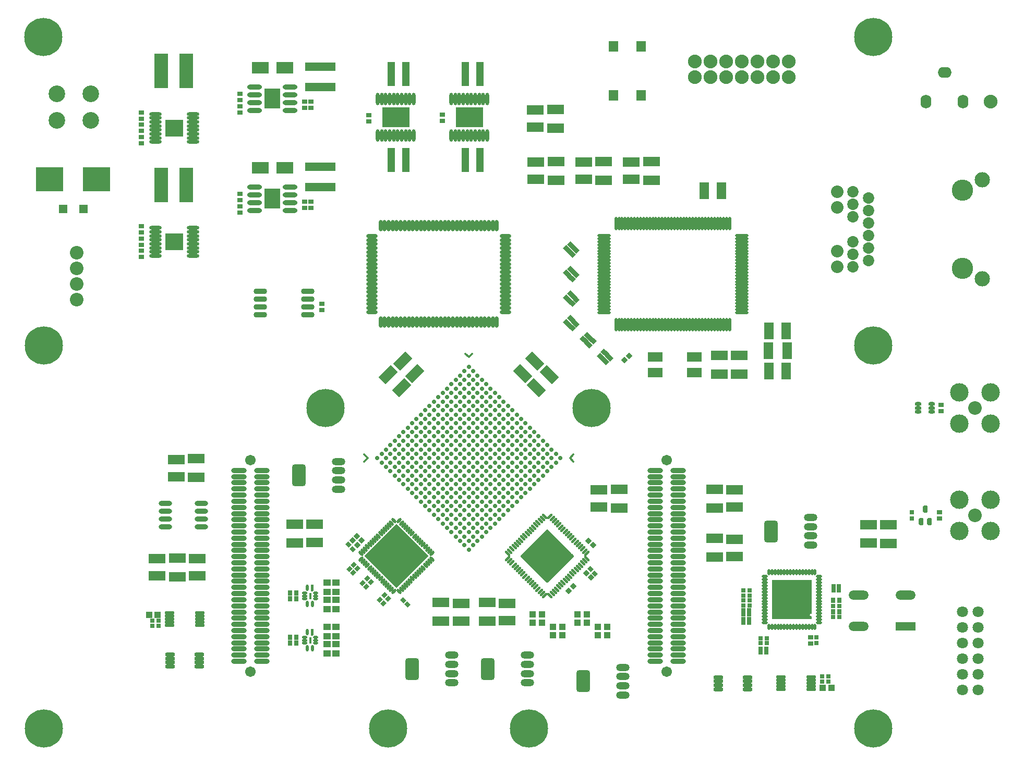
<source format=gts>
G04 Layer_Color=8388736*
%FSLAX44Y44*%
%MOMM*%
G71*
G01*
G75*
%ADD72C,2.0320*%
%ADD107R,0.8128X0.8032*%
%ADD108O,2.1532X0.5532*%
%ADD109R,0.8032X0.7032*%
%ADD110R,1.0032X1.1032*%
%ADD111R,0.7532X0.7032*%
G04:AMPARAMS|DCode=112|XSize=0.8128mm|YSize=0.8032mm|CornerRadius=0mm|HoleSize=0mm|Usage=FLASHONLY|Rotation=135.000|XOffset=0mm|YOffset=0mm|HoleType=Round|Shape=Rectangle|*
%AMROTATEDRECTD112*
4,1,4,0.5713,-0.0034,0.0034,-0.5713,-0.5713,0.0034,-0.0034,0.5713,0.5713,-0.0034,0.0*
%
%ADD112ROTATEDRECTD112*%

%ADD113O,2.5400X0.8128*%
%ADD114R,1.1032X1.0032*%
G04:AMPARAMS|DCode=115|XSize=0.4532mm|YSize=1.1532mm|CornerRadius=0mm|HoleSize=0mm|Usage=FLASHONLY|Rotation=225.000|XOffset=0mm|YOffset=0mm|HoleType=Round|Shape=Round|*
%AMOVALD115*
21,1,0.7000,0.4532,0.0000,0.0000,315.0*
1,1,0.4532,-0.2475,0.2475*
1,1,0.4532,0.2475,-0.2475*
%
%ADD115OVALD115*%

%ADD116R,0.8032X0.8128*%
G04:AMPARAMS|DCode=117|XSize=0.7032mm|YSize=0.8032mm|CornerRadius=0mm|HoleSize=0mm|Usage=FLASHONLY|Rotation=315.000|XOffset=0mm|YOffset=0mm|HoleType=Round|Shape=Rectangle|*
%AMROTATEDRECTD117*
4,1,4,-0.5326,-0.0354,0.0354,0.5326,0.5326,0.0354,-0.0354,-0.5326,-0.5326,-0.0354,0.0*
%
%ADD117ROTATEDRECTD117*%

%ADD118O,1.6032X0.5032*%
%ADD119O,1.6032X0.7032*%
%ADD120O,1.1032X0.6032*%
%ADD121R,1.6032X1.8032*%
%ADD122R,1.6032X2.8032*%
%ADD123R,2.8032X1.6032*%
G04:AMPARAMS|DCode=124|XSize=2.8032mm|YSize=1.6032mm|CornerRadius=0mm|HoleSize=0mm|Usage=FLASHONLY|Rotation=45.000|XOffset=0mm|YOffset=0mm|HoleType=Round|Shape=Rectangle|*
%AMROTATEDRECTD124*
4,1,4,-0.4243,-1.5579,-1.5579,-0.4243,0.4243,1.5579,1.5579,0.4243,-0.4243,-1.5579,0.0*
%
%ADD124ROTATEDRECTD124*%

G04:AMPARAMS|DCode=125|XSize=2.8032mm|YSize=1.6032mm|CornerRadius=0mm|HoleSize=0mm|Usage=FLASHONLY|Rotation=315.000|XOffset=0mm|YOffset=0mm|HoleType=Round|Shape=Rectangle|*
%AMROTATEDRECTD125*
4,1,4,-1.5579,0.4243,-0.4243,1.5579,1.5579,-0.4243,0.4243,-1.5579,-1.5579,0.4243,0.0*
%
%ADD125ROTATEDRECTD125*%

G04:AMPARAMS|DCode=126|XSize=0.6032mm|YSize=0.7532mm|CornerRadius=0mm|HoleSize=0mm|Usage=FLASHONLY|Rotation=135.000|XOffset=0mm|YOffset=0mm|HoleType=Round|Shape=Rectangle|*
%AMROTATEDRECTD126*
4,1,4,0.4796,0.0530,-0.0530,-0.4796,-0.4796,-0.0530,0.0530,0.4796,0.4796,0.0530,0.0*
%
%ADD126ROTATEDRECTD126*%

G04:AMPARAMS|DCode=127|XSize=0.8128mm|YSize=0.8032mm|CornerRadius=0mm|HoleSize=0mm|Usage=FLASHONLY|Rotation=45.000|XOffset=0mm|YOffset=0mm|HoleType=Round|Shape=Rectangle|*
%AMROTATEDRECTD127*
4,1,4,-0.0034,-0.5713,-0.5713,-0.0034,0.0034,0.5713,0.5713,0.0034,-0.0034,-0.5713,0.0*
%
%ADD127ROTATEDRECTD127*%

G04:AMPARAMS|DCode=128|XSize=3.5032mm|YSize=2.2032mm|CornerRadius=0.4016mm|HoleSize=0mm|Usage=FLASHONLY|Rotation=90.000|XOffset=0mm|YOffset=0mm|HoleType=Round|Shape=RoundedRectangle|*
%AMROUNDEDRECTD128*
21,1,3.5032,1.4000,0,0,90.0*
21,1,2.7000,2.2032,0,0,90.0*
1,1,0.8032,0.7000,1.3500*
1,1,0.8032,0.7000,-1.3500*
1,1,0.8032,-0.7000,-1.3500*
1,1,0.8032,-0.7000,1.3500*
%
%ADD128ROUNDEDRECTD128*%
%ADD129O,2.2032X1.2032*%
G04:AMPARAMS|DCode=130|XSize=0.7032mm|YSize=0.8032mm|CornerRadius=0mm|HoleSize=0mm|Usage=FLASHONLY|Rotation=225.000|XOffset=0mm|YOffset=0mm|HoleType=Round|Shape=Rectangle|*
%AMROTATEDRECTD130*
4,1,4,-0.0354,0.5326,0.5326,-0.0354,0.0354,-0.5326,-0.5326,0.0354,-0.0354,0.5326,0.0*
%
%ADD130ROTATEDRECTD130*%

%ADD131R,1.2192X1.0032*%
%ADD132R,0.7032X0.8032*%
%ADD133O,0.6232X1.9832*%
%ADD134R,1.1832X3.9032*%
%ADD135R,4.4432X4.0132*%
%ADD136O,1.0032X0.5032*%
%ADD137O,0.5032X1.0032*%
G04:AMPARAMS|DCode=138|XSize=1.1938mm|YSize=0.762mm|CornerRadius=0.1575mm|HoleSize=0mm|Usage=FLASHONLY|Rotation=90.000|XOffset=0mm|YOffset=0mm|HoleType=Round|Shape=RoundedRectangle|*
%AMROUNDEDRECTD138*
21,1,1.1938,0.4470,0,0,90.0*
21,1,0.8788,0.7620,0,0,90.0*
1,1,0.3150,0.2235,0.4394*
1,1,0.3150,0.2235,-0.4394*
1,1,0.3150,-0.2235,-0.4394*
1,1,0.3150,-0.2235,0.4394*
%
%ADD138ROUNDEDRECTD138*%
%ADD139O,1.9832X0.6232*%
%ADD140R,4.9032X1.3832*%
%ADD141O,2.4032X0.8032*%
%ADD142O,3.2512X1.4732*%
%ADD143R,3.2512X1.4732*%
%ADD144C,0.7032*%
%ADD145O,0.8532X0.4532*%
%ADD146O,0.9532X0.4532*%
%ADD147O,0.4532X1.0532*%
%ADD148C,0.4032*%
%ADD149R,0.4532X1.1032*%
%ADD150R,2.7032X1.9032*%
%ADD151O,2.2032X0.8032*%
%ADD152O,2.2032X0.9144*%
%ADD153R,2.2032X5.7032*%
%ADD154O,0.5532X2.1532*%
%ADD155R,2.4032X1.6032*%
%ADD156O,1.8532X0.7032*%
%ADD157O,0.7032X1.8532*%
%ADD158R,1.4032X1.4032*%
G04:AMPARAMS|DCode=159|XSize=0.5032mm|YSize=1.0032mm|CornerRadius=0mm|HoleSize=0mm|Usage=FLASHONLY|Rotation=135.000|XOffset=0mm|YOffset=0mm|HoleType=Round|Shape=Round|*
%AMOVALD159*
21,1,0.5000,0.5032,0.0000,0.0000,225.0*
1,1,0.5032,0.1768,0.1768*
1,1,0.5032,-0.1768,-0.1768*
%
%ADD159OVALD159*%

G04:AMPARAMS|DCode=160|XSize=0.5032mm|YSize=1.0032mm|CornerRadius=0mm|HoleSize=0mm|Usage=FLASHONLY|Rotation=45.000|XOffset=0mm|YOffset=0mm|HoleType=Round|Shape=Round|*
%AMOVALD160*
21,1,0.5000,0.5032,0.0000,0.0000,135.0*
1,1,0.5032,0.1768,-0.1768*
1,1,0.5032,-0.1768,0.1768*
%
%ADD160OVALD160*%

G04:AMPARAMS|DCode=161|XSize=0.4532mm|YSize=1.1532mm|CornerRadius=0mm|HoleSize=0mm|Usage=FLASHONLY|Rotation=315.000|XOffset=0mm|YOffset=0mm|HoleType=Round|Shape=Round|*
%AMOVALD161*
21,1,0.7000,0.4532,0.0000,0.0000,45.0*
1,1,0.4532,-0.2475,-0.2475*
1,1,0.4532,0.2475,0.2475*
%
%ADD161OVALD161*%

%ADD162C,0.3532*%
G04:AMPARAMS|DCode=163|XSize=7.3532mm|YSize=7.3282mm|CornerRadius=0mm|HoleSize=0mm|Usage=FLASHONLY|Rotation=45.000|XOffset=0mm|YOffset=0mm|HoleType=Round|Shape=Rectangle|*
%AMROTATEDRECTD163*
4,1,4,-0.0088,-5.1907,-5.1907,-0.0088,0.0088,5.1907,5.1907,0.0088,-0.0088,-5.1907,0.0*
%
%ADD163ROTATEDRECTD163*%

%ADD164C,2.2352*%
%ADD165C,2.7032*%
%ADD166R,4.4032X3.2032*%
%ADD167C,2.2032*%
%ADD168C,3.0032*%
%ADD169C,6.2032*%
%ADD170C,0.9032*%
%ADD171R,2.9032X2.7032*%
%ADD172C,1.7032*%
%ADD173C,1.8032*%
%ADD174R,2.6032X3.3032*%
%ADD175C,2.4892*%
%ADD176C,3.4544*%
%ADD177C,1.8542*%
%ADD178O,1.7272X2.2352*%
%ADD179O,2.2352X1.7272*%
G36*
X1356169Y862971D02*
X1356300Y862944D01*
X1356426Y862902D01*
X1356546Y862843D01*
X1356656Y862769D01*
X1356756Y862681D01*
X1394763Y824674D01*
X1394774Y824661D01*
X1394787Y824650D01*
X1394818Y824611D01*
X1394851Y824574D01*
X1394860Y824560D01*
X1394871Y824547D01*
X1394897Y824504D01*
X1394925Y824463D01*
X1394933Y824448D01*
X1394941Y824434D01*
X1394962Y824389D01*
X1394984Y824344D01*
X1394989Y824328D01*
X1394996Y824313D01*
X1395011Y824265D01*
X1395027Y824218D01*
X1395030Y824201D01*
X1395035Y824185D01*
X1395043Y824136D01*
X1395053Y824087D01*
X1395054Y824070D01*
X1395057Y824054D01*
X1395058Y824004D01*
X1395062Y823954D01*
X1395060Y823937D01*
X1395061Y823921D01*
X1395056Y823872D01*
X1395053Y823821D01*
X1395050Y823805D01*
X1395048Y823788D01*
X1395037Y823740D01*
X1395027Y823690D01*
X1395022Y823675D01*
X1395018Y823659D01*
X1395000Y823612D01*
X1394984Y823564D01*
X1394977Y823549D01*
X1394971Y823534D01*
X1394947Y823490D01*
X1394925Y823445D01*
X1394916Y823431D01*
X1394908Y823416D01*
X1394879Y823375D01*
X1394851Y823334D01*
X1394840Y823322D01*
X1394830Y823308D01*
X1394709Y823160D01*
X1394583Y822856D01*
Y822578D01*
X1394689Y822321D01*
X1394885Y822125D01*
X1395142Y822018D01*
X1395420D01*
X1395724Y822144D01*
X1395872Y822266D01*
X1395886Y822276D01*
X1395898Y822287D01*
X1395941Y822315D01*
X1395981Y822344D01*
X1395995Y822351D01*
X1396009Y822361D01*
X1396055Y822384D01*
X1396098Y822407D01*
X1396113Y822412D01*
X1396129Y822420D01*
X1396177Y822436D01*
X1396223Y822454D01*
X1396239Y822457D01*
X1396255Y822463D01*
X1396305Y822473D01*
X1396353Y822484D01*
X1396369Y822485D01*
X1396385Y822489D01*
X1396437Y822492D01*
X1396485Y822497D01*
X1396501Y822496D01*
X1396518Y822497D01*
X1396570Y822494D01*
X1396618Y822492D01*
X1396634Y822490D01*
X1396651Y822489D01*
X1396702Y822479D01*
X1396750Y822471D01*
X1396765Y822466D01*
X1396782Y822463D01*
X1396830Y822446D01*
X1396877Y822432D01*
X1396892Y822425D01*
X1396908Y822420D01*
X1396954Y822397D01*
X1396998Y822377D01*
X1397012Y822368D01*
X1397027Y822361D01*
X1397070Y822333D01*
X1397111Y822307D01*
X1397124Y822296D01*
X1397138Y822287D01*
X1397177Y822253D01*
X1397214Y822222D01*
X1397225Y822210D01*
X1397238Y822199D01*
X1399360Y820078D01*
X1399447Y819978D01*
X1399521Y819867D01*
X1399580Y819747D01*
X1399623Y819621D01*
X1399649Y819491D01*
X1399658Y819358D01*
X1399649Y819225D01*
X1399623Y819094D01*
X1399580Y818968D01*
X1399521Y818849D01*
X1399447Y818738D01*
X1399360Y818638D01*
X1356933Y776211D01*
X1356833Y776124D01*
X1356722Y776050D01*
X1356603Y775991D01*
X1356477Y775948D01*
X1356346Y775922D01*
X1356213Y775913D01*
X1356080Y775922D01*
X1355950Y775948D01*
X1355824Y775991D01*
X1355704Y776050D01*
X1355593Y776124D01*
X1355493Y776211D01*
X1312890Y818815D01*
X1312802Y818915D01*
X1312728Y819025D01*
X1312669Y819145D01*
X1312626Y819271D01*
X1312601Y819402D01*
X1312592Y819535D01*
X1312601Y819668D01*
X1312626Y819798D01*
X1312669Y819924D01*
X1312728Y820044D01*
X1312802Y820154D01*
X1312890Y820255D01*
X1355316Y862681D01*
X1355417Y862769D01*
X1355527Y862843D01*
X1355647Y862902D01*
X1355773Y862944D01*
X1355903Y862971D01*
X1356036Y862979D01*
X1356169Y862971D01*
D02*
G37*
G36*
X976133Y773009D02*
X976264Y772983D01*
X976390Y772941D01*
X976509Y772882D01*
X976620Y772808D01*
X976720Y772720D01*
X976808Y772620D01*
X976882Y772509D01*
X976941Y772390D01*
X976983Y772264D01*
X977010Y772133D01*
X977018Y772000D01*
Y764000D01*
X977010Y763867D01*
X976983Y763736D01*
X976941Y763610D01*
X976882Y763491D01*
X976808Y763380D01*
X976720Y763280D01*
X975220Y761780D01*
X975120Y761692D01*
X975009Y761618D01*
X974890Y761559D01*
X974763Y761517D01*
X974633Y761491D01*
X974500Y761482D01*
X973500D01*
X973367Y761491D01*
X973236Y761517D01*
X973110Y761559D01*
X972991Y761618D01*
X972880Y761692D01*
X972780Y761780D01*
X972692Y761880D01*
X972618Y761991D01*
X972559Y762110D01*
X972516Y762236D01*
X972490Y762367D01*
X972482Y762500D01*
Y772000D01*
X972490Y772133D01*
X972516Y772264D01*
X972559Y772390D01*
X972618Y772509D01*
X972692Y772620D01*
X972780Y772720D01*
X972880Y772808D01*
X972991Y772882D01*
X973110Y772941D01*
X973236Y772983D01*
X973367Y773009D01*
X973500Y773018D01*
X976000D01*
X976133Y773009D01*
D02*
G37*
G36*
X1784383Y780509D02*
X1784514Y780483D01*
X1784640Y780441D01*
X1784759Y780382D01*
X1784870Y780308D01*
X1784970Y780220D01*
X1785058Y780120D01*
X1785132Y780009D01*
X1785191Y779890D01*
X1785233Y779763D01*
X1785260Y779633D01*
X1785268Y779500D01*
Y726500D01*
X1785267Y726483D01*
X1785268Y726467D01*
X1785263Y726417D01*
X1785260Y726367D01*
X1785256Y726351D01*
X1785255Y726334D01*
X1785243Y726285D01*
X1785233Y726236D01*
X1785228Y726221D01*
X1785224Y726205D01*
X1785207Y726158D01*
X1785191Y726110D01*
X1785183Y726095D01*
X1785177Y726080D01*
X1785154Y726036D01*
X1785132Y725991D01*
X1785123Y725977D01*
X1785115Y725962D01*
X1785085Y725922D01*
X1785058Y725880D01*
X1785047Y725868D01*
X1785037Y725854D01*
X1785003Y725818D01*
X1784970Y725780D01*
X1784957Y725769D01*
X1784946Y725757D01*
X1784908Y725725D01*
X1784870Y725692D01*
X1784856Y725683D01*
X1784843Y725672D01*
X1784800Y725646D01*
X1784759Y725618D01*
X1784744Y725611D01*
X1784730Y725602D01*
X1784684Y725581D01*
X1784640Y725559D01*
X1784624Y725554D01*
X1784609Y725547D01*
X1784561Y725533D01*
X1784514Y725517D01*
X1784497Y725513D01*
X1784481Y725508D01*
X1784432Y725500D01*
X1784383Y725490D01*
X1784366Y725489D01*
X1784350Y725487D01*
X1783915Y725444D01*
X1783160Y725131D01*
X1782619Y724590D01*
X1782326Y723883D01*
Y723117D01*
X1782619Y722410D01*
X1783160Y721869D01*
X1783915Y721556D01*
X1784350Y721513D01*
X1784366Y721511D01*
X1784383Y721509D01*
X1784432Y721500D01*
X1784481Y721492D01*
X1784497Y721487D01*
X1784514Y721484D01*
X1784561Y721467D01*
X1784609Y721453D01*
X1784624Y721446D01*
X1784640Y721441D01*
X1784684Y721419D01*
X1784730Y721398D01*
X1784744Y721389D01*
X1784759Y721382D01*
X1784801Y721354D01*
X1784843Y721328D01*
X1784856Y721317D01*
X1784870Y721308D01*
X1784907Y721275D01*
X1784946Y721243D01*
X1784957Y721231D01*
X1784970Y721220D01*
X1785003Y721182D01*
X1785037Y721146D01*
X1785047Y721132D01*
X1785058Y721120D01*
X1785086Y721078D01*
X1785115Y721038D01*
X1785123Y721023D01*
X1785132Y721009D01*
X1785154Y720964D01*
X1785177Y720920D01*
X1785183Y720905D01*
X1785191Y720890D01*
X1785207Y720842D01*
X1785224Y720796D01*
X1785228Y720779D01*
X1785233Y720763D01*
X1785243Y720714D01*
X1785255Y720666D01*
X1785256Y720649D01*
X1785260Y720633D01*
X1785263Y720583D01*
X1785268Y720533D01*
X1785267Y720517D01*
X1785268Y720500D01*
Y717500D01*
X1785260Y717367D01*
X1785233Y717236D01*
X1785191Y717110D01*
X1785132Y716991D01*
X1785058Y716880D01*
X1784970Y716780D01*
X1784870Y716692D01*
X1784759Y716618D01*
X1784640Y716559D01*
X1784514Y716516D01*
X1784383Y716490D01*
X1784250Y716482D01*
X1722250D01*
X1722117Y716490D01*
X1721987Y716516D01*
X1721860Y716559D01*
X1721741Y716618D01*
X1721630Y716692D01*
X1721530Y716780D01*
X1721442Y716880D01*
X1721368Y716991D01*
X1721309Y717110D01*
X1721266Y717236D01*
X1721241Y717367D01*
X1721232Y717500D01*
Y779500D01*
X1721241Y779633D01*
X1721266Y779763D01*
X1721309Y779890D01*
X1721368Y780009D01*
X1721442Y780120D01*
X1721530Y780220D01*
X1721630Y780308D01*
X1721741Y780382D01*
X1721860Y780441D01*
X1721987Y780483D01*
X1722117Y780509D01*
X1722250Y780518D01*
X1784250D01*
X1784383Y780509D01*
D02*
G37*
G36*
X976133Y701010D02*
X976264Y700984D01*
X976390Y700941D01*
X976509Y700882D01*
X976620Y700808D01*
X976720Y700720D01*
X976808Y700620D01*
X976882Y700509D01*
X976941Y700390D01*
X976983Y700264D01*
X977010Y700133D01*
X977018Y700000D01*
Y692000D01*
X977010Y691867D01*
X976983Y691737D01*
X976941Y691610D01*
X976882Y691491D01*
X976808Y691380D01*
X976720Y691280D01*
X975220Y689780D01*
X975120Y689692D01*
X975009Y689618D01*
X974890Y689559D01*
X974763Y689517D01*
X974633Y689491D01*
X974500Y689482D01*
X973500D01*
X973367Y689491D01*
X973236Y689517D01*
X973110Y689559D01*
X972991Y689618D01*
X972880Y689692D01*
X972780Y689780D01*
X972692Y689880D01*
X972618Y689991D01*
X972559Y690110D01*
X972516Y690237D01*
X972490Y690367D01*
X972482Y690500D01*
Y700000D01*
X972490Y700133D01*
X972516Y700264D01*
X972559Y700390D01*
X972618Y700509D01*
X972692Y700620D01*
X972780Y700720D01*
X972880Y700808D01*
X972991Y700882D01*
X973110Y700941D01*
X973236Y700984D01*
X973367Y701010D01*
X973500Y701018D01*
X976000D01*
X976133Y701010D01*
D02*
G37*
D72*
X1826800Y1410960D02*
D03*
Y1385560D02*
D03*
Y1314440D02*
D03*
Y1289040D02*
D03*
D107*
X1186000Y1526170D02*
D03*
Y1536330D02*
D03*
X1066548Y1535830D02*
D03*
Y1525670D02*
D03*
X1784000Y677420D02*
D03*
Y687580D02*
D03*
X1995000Y1054920D02*
D03*
Y1065080D02*
D03*
X857714Y1377420D02*
D03*
Y1387580D02*
D03*
X962714Y1395080D02*
D03*
Y1384920D02*
D03*
X857714Y1397420D02*
D03*
Y1407580D02*
D03*
X972714Y1384920D02*
D03*
Y1395080D02*
D03*
Y1557580D02*
D03*
Y1547420D02*
D03*
X962714D02*
D03*
Y1557580D02*
D03*
X857714Y1550080D02*
D03*
Y1539920D02*
D03*
Y1570080D02*
D03*
Y1559920D02*
D03*
X697500Y1355160D02*
D03*
Y1345000D02*
D03*
Y1305000D02*
D03*
Y1315160D02*
D03*
Y1335160D02*
D03*
Y1325000D02*
D03*
Y1500080D02*
D03*
Y1489920D02*
D03*
Y1529920D02*
D03*
Y1540080D02*
D03*
Y1520080D02*
D03*
Y1509920D02*
D03*
X1992500Y890080D02*
D03*
Y879920D02*
D03*
X990000Y1229080D02*
D03*
Y1218920D02*
D03*
D108*
X1672000Y1240000D02*
D03*
Y1245000D02*
D03*
Y1270000D02*
D03*
Y1275000D02*
D03*
Y1300000D02*
D03*
Y1305000D02*
D03*
Y1340000D02*
D03*
Y1335000D02*
D03*
Y1330000D02*
D03*
Y1325000D02*
D03*
Y1320000D02*
D03*
Y1315000D02*
D03*
Y1310000D02*
D03*
Y1295000D02*
D03*
Y1290000D02*
D03*
Y1285000D02*
D03*
Y1280000D02*
D03*
Y1265000D02*
D03*
Y1260000D02*
D03*
Y1255000D02*
D03*
Y1250000D02*
D03*
Y1235000D02*
D03*
Y1230000D02*
D03*
Y1225000D02*
D03*
Y1220000D02*
D03*
Y1215000D02*
D03*
X1448000D02*
D03*
Y1220000D02*
D03*
Y1225000D02*
D03*
Y1230000D02*
D03*
Y1235000D02*
D03*
Y1240000D02*
D03*
Y1245000D02*
D03*
Y1250000D02*
D03*
Y1255000D02*
D03*
Y1260000D02*
D03*
Y1265000D02*
D03*
Y1270000D02*
D03*
Y1275000D02*
D03*
Y1280000D02*
D03*
Y1285000D02*
D03*
Y1290000D02*
D03*
Y1295000D02*
D03*
Y1300000D02*
D03*
Y1305000D02*
D03*
Y1310000D02*
D03*
Y1315000D02*
D03*
Y1320000D02*
D03*
Y1325000D02*
D03*
Y1330000D02*
D03*
Y1335000D02*
D03*
Y1340000D02*
D03*
D109*
X715000Y706000D02*
D03*
X725000D02*
D03*
X715000Y714000D02*
D03*
X725000D02*
D03*
X1684250Y763000D02*
D03*
X1674250D02*
D03*
X1684250Y755000D02*
D03*
X1674250D02*
D03*
X1820000Y738000D02*
D03*
X1830000D02*
D03*
X1674250Y739000D02*
D03*
X1684250D02*
D03*
X1674250Y747000D02*
D03*
X1684250D02*
D03*
X1702200Y677750D02*
D03*
X1712200D02*
D03*
X1702200Y685750D02*
D03*
X1712200D02*
D03*
X1830000Y720000D02*
D03*
X1820000D02*
D03*
X1802500Y615500D02*
D03*
X1812500D02*
D03*
X1802500Y623500D02*
D03*
X1812500D02*
D03*
D110*
X710000Y724000D02*
D03*
X724000D02*
D03*
X1803500Y605500D02*
D03*
X1817500D02*
D03*
D111*
X1674750Y710800D02*
D03*
Y717200D02*
D03*
X1829500Y763800D02*
D03*
X1820500D02*
D03*
X1829500Y770200D02*
D03*
X1820500D02*
D03*
X1711700Y662300D02*
D03*
X1702700D02*
D03*
X1711700Y668700D02*
D03*
X1702700D02*
D03*
X1683750Y710800D02*
D03*
Y717200D02*
D03*
Y724800D02*
D03*
X1674750D02*
D03*
X1683750Y731200D02*
D03*
X1674750D02*
D03*
D112*
X1391158Y762908D02*
D03*
X1398342Y770092D02*
D03*
X1488592Y1144592D02*
D03*
X1481408Y1137408D02*
D03*
D113*
X855484Y898156D02*
D03*
Y908316D02*
D03*
X1568716Y898156D02*
D03*
Y908316D02*
D03*
X1531124Y708164D02*
D03*
Y718324D02*
D03*
Y658126D02*
D03*
Y668286D02*
D03*
X893076Y708164D02*
D03*
Y718324D02*
D03*
Y658126D02*
D03*
Y668286D02*
D03*
X855484Y958100D02*
D03*
X893076D02*
D03*
X855484Y948194D02*
D03*
X893076D02*
D03*
X855484Y938288D02*
D03*
X893076D02*
D03*
X855484Y928128D02*
D03*
X893076D02*
D03*
X855484Y918222D02*
D03*
X893076D02*
D03*
Y908316D02*
D03*
Y898156D02*
D03*
X855484Y888250D02*
D03*
X893076D02*
D03*
X855484Y878344D02*
D03*
X893076D02*
D03*
X855484Y868184D02*
D03*
X893076D02*
D03*
X855484Y858278D02*
D03*
X893076D02*
D03*
X855484Y848118D02*
D03*
X893076D02*
D03*
X855484Y838212D02*
D03*
X893076D02*
D03*
X855484Y828306D02*
D03*
X893076D02*
D03*
X855484Y818146D02*
D03*
X893076D02*
D03*
X855484Y808240D02*
D03*
X893076D02*
D03*
X855484Y798334D02*
D03*
X893076D02*
D03*
X855484Y788174D02*
D03*
X893076D02*
D03*
X855484Y778268D02*
D03*
X893076D02*
D03*
X855484Y768108D02*
D03*
X893076D02*
D03*
X855484Y758202D02*
D03*
X893076D02*
D03*
X855484Y748296D02*
D03*
X893076D02*
D03*
X855484Y738136D02*
D03*
X893076D02*
D03*
X855484Y728230D02*
D03*
X893076D02*
D03*
X855484Y718324D02*
D03*
Y708164D02*
D03*
Y698258D02*
D03*
X893076D02*
D03*
X855484Y688352D02*
D03*
X893076D02*
D03*
X855484Y678192D02*
D03*
X893076D02*
D03*
X855484Y668286D02*
D03*
Y658126D02*
D03*
Y648220D02*
D03*
X893076D02*
D03*
X1531124Y958100D02*
D03*
X1568716D02*
D03*
X1531124Y948194D02*
D03*
X1568716D02*
D03*
X1531124Y938288D02*
D03*
X1568716D02*
D03*
X1531124Y928128D02*
D03*
X1568716D02*
D03*
X1531124Y918222D02*
D03*
X1568716D02*
D03*
X1531124Y908316D02*
D03*
Y898156D02*
D03*
Y888250D02*
D03*
X1568716D02*
D03*
X1531124Y878344D02*
D03*
X1568716D02*
D03*
X1531124Y868184D02*
D03*
X1568716D02*
D03*
X1531124Y858278D02*
D03*
X1568716D02*
D03*
X1531124Y848118D02*
D03*
X1568716D02*
D03*
X1531124Y838212D02*
D03*
X1568716D02*
D03*
X1531124Y828306D02*
D03*
X1568716D02*
D03*
X1531124Y818146D02*
D03*
X1568716D02*
D03*
X1531124Y808240D02*
D03*
X1568716D02*
D03*
X1531124Y798334D02*
D03*
X1568716D02*
D03*
X1531124Y788174D02*
D03*
X1568716D02*
D03*
X1531124Y778268D02*
D03*
X1568716D02*
D03*
X1531124Y768108D02*
D03*
X1568716D02*
D03*
X1531124Y758202D02*
D03*
X1568716D02*
D03*
X1531124Y748296D02*
D03*
X1568716D02*
D03*
X1531124Y738136D02*
D03*
X1568716D02*
D03*
X1531124Y728230D02*
D03*
X1568716D02*
D03*
Y718324D02*
D03*
Y708164D02*
D03*
X1531124Y698258D02*
D03*
X1568716D02*
D03*
X1531124Y688352D02*
D03*
X1568716D02*
D03*
X1531124Y678192D02*
D03*
X1568716D02*
D03*
Y668286D02*
D03*
Y658126D02*
D03*
X1531124Y648220D02*
D03*
X1568716D02*
D03*
D114*
X1452999Y704500D02*
D03*
Y690500D02*
D03*
X1437999Y704500D02*
D03*
Y690500D02*
D03*
X1420499Y724500D02*
D03*
Y710500D02*
D03*
X1405499Y724500D02*
D03*
Y710500D02*
D03*
X1380249Y704500D02*
D03*
Y690500D02*
D03*
X1365249Y704500D02*
D03*
Y690500D02*
D03*
X1347749Y710500D02*
D03*
Y724500D02*
D03*
X1332749D02*
D03*
Y710500D02*
D03*
D115*
X1364168Y758370D02*
D03*
X1367704Y761905D02*
D03*
X1420737Y814938D02*
D03*
X1417201Y811403D02*
D03*
X1413666Y807867D02*
D03*
X1410130Y804332D02*
D03*
X1406595Y800796D02*
D03*
X1403059Y797261D02*
D03*
X1399523Y793725D02*
D03*
X1395988Y790190D02*
D03*
X1392452Y786654D02*
D03*
X1388917Y783119D02*
D03*
X1385381Y779583D02*
D03*
X1381846Y776048D02*
D03*
X1378310Y772512D02*
D03*
X1374775Y768977D02*
D03*
X1371239Y765441D02*
D03*
X1360633Y754834D02*
D03*
X1291690Y823777D02*
D03*
X1302296Y834384D02*
D03*
X1305832Y837919D02*
D03*
X1309367Y841455D02*
D03*
X1312903Y844990D02*
D03*
X1316438Y848526D02*
D03*
X1319974Y852061D02*
D03*
X1330581Y862668D02*
D03*
X1334116Y866204D02*
D03*
X1337652Y869739D02*
D03*
X1341187Y873275D02*
D03*
X1344723Y876810D02*
D03*
X1348258Y880346D02*
D03*
X1351794Y883881D02*
D03*
X1327045Y859133D02*
D03*
X1323510Y855597D02*
D03*
X1298761Y830848D02*
D03*
X1295225Y827313D02*
D03*
D116*
X938670Y677500D02*
D03*
Y687500D02*
D03*
X1830080Y729000D02*
D03*
X1819920D02*
D03*
Y747000D02*
D03*
X1830080D02*
D03*
X948830Y759500D02*
D03*
X938670D02*
D03*
Y749500D02*
D03*
X948830D02*
D03*
Y687500D02*
D03*
Y677500D02*
D03*
D117*
X1034965Y797964D02*
D03*
X1042036Y805035D02*
D03*
X1040965Y791964D02*
D03*
X1048036Y799035D02*
D03*
X1063536Y782535D02*
D03*
X1056464Y775464D02*
D03*
X1069536Y776535D02*
D03*
X1062464Y769464D02*
D03*
X1090464Y742465D02*
D03*
X1097535Y749536D02*
D03*
X1084464Y748465D02*
D03*
X1091535Y755536D02*
D03*
D118*
X1735500Y622500D02*
D03*
Y617500D02*
D03*
Y612500D02*
D03*
Y607500D02*
D03*
Y602500D02*
D03*
X1784500Y622500D02*
D03*
Y617500D02*
D03*
Y612500D02*
D03*
Y607500D02*
D03*
Y602500D02*
D03*
X792000Y707000D02*
D03*
Y712000D02*
D03*
Y717000D02*
D03*
Y722000D02*
D03*
Y727000D02*
D03*
X743000Y707000D02*
D03*
Y712000D02*
D03*
Y717000D02*
D03*
Y722000D02*
D03*
Y727000D02*
D03*
D119*
X1633500Y622250D02*
D03*
Y615750D02*
D03*
Y609250D02*
D03*
Y602750D02*
D03*
X1681500Y622250D02*
D03*
Y615750D02*
D03*
Y609250D02*
D03*
Y602750D02*
D03*
X743500Y659250D02*
D03*
Y652750D02*
D03*
Y646250D02*
D03*
Y639750D02*
D03*
X791500Y659250D02*
D03*
Y652750D02*
D03*
Y646250D02*
D03*
Y639750D02*
D03*
D120*
X1980250Y1066500D02*
D03*
Y1060000D02*
D03*
Y1053500D02*
D03*
X1957750D02*
D03*
Y1060000D02*
D03*
Y1066500D02*
D03*
D121*
X1508500Y1647500D02*
D03*
Y1567500D02*
D03*
X1463500Y1647500D02*
D03*
Y1567500D02*
D03*
D122*
X1716030Y1185000D02*
D03*
X1743970D02*
D03*
X1743970Y1120000D02*
D03*
X1716030D02*
D03*
X1638970Y1412500D02*
D03*
X1611030D02*
D03*
X1745240Y1152500D02*
D03*
X1714760D02*
D03*
D123*
X1492500Y1431030D02*
D03*
Y1458970D02*
D03*
X1660000Y926470D02*
D03*
Y898530D02*
D03*
X754000Y948030D02*
D03*
Y975970D02*
D03*
X788000Y786780D02*
D03*
Y814720D02*
D03*
X1660000Y818530D02*
D03*
Y846470D02*
D03*
X723000Y786780D02*
D03*
Y814720D02*
D03*
X1216213Y713626D02*
D03*
Y742582D02*
D03*
X978713Y870590D02*
D03*
Y841634D02*
D03*
X1877500Y869732D02*
D03*
Y840776D02*
D03*
X1291213Y742328D02*
D03*
Y714388D02*
D03*
X1337750Y1431030D02*
D03*
Y1458970D02*
D03*
X1415250Y1431030D02*
D03*
Y1458970D02*
D03*
X1336750Y1516030D02*
D03*
Y1543970D02*
D03*
X1525000Y1429760D02*
D03*
Y1460240D02*
D03*
X1667999Y1114760D02*
D03*
Y1145240D02*
D03*
X1635499Y1114760D02*
D03*
Y1145240D02*
D03*
X1627500Y927740D02*
D03*
Y897260D02*
D03*
X786500Y946760D02*
D03*
Y977240D02*
D03*
X1627500Y817260D02*
D03*
Y847740D02*
D03*
X755500Y785510D02*
D03*
Y815990D02*
D03*
X1183713Y743598D02*
D03*
Y713118D02*
D03*
X946213Y840618D02*
D03*
Y871098D02*
D03*
X1910000Y839760D02*
D03*
Y870240D02*
D03*
X1258713Y743598D02*
D03*
Y713118D02*
D03*
X1370250Y1429760D02*
D03*
Y1460240D02*
D03*
X1447750Y1429760D02*
D03*
Y1460240D02*
D03*
X1369250Y1514760D02*
D03*
Y1545240D02*
D03*
X1440000Y898530D02*
D03*
Y926470D02*
D03*
X1472500Y897260D02*
D03*
Y927740D02*
D03*
D124*
X1141092Y1115980D02*
D03*
X1121335Y1135736D02*
D03*
X1119490Y1092581D02*
D03*
X1097937Y1114134D02*
D03*
D125*
X1316335Y1115980D02*
D03*
X1336091Y1135736D02*
D03*
X1337937Y1092581D02*
D03*
X1359489Y1114134D02*
D03*
D126*
X1454950Y1143914D02*
D03*
X1448586Y1137550D02*
D03*
X1458485Y1140379D02*
D03*
X1452121Y1134015D02*
D03*
X1451414Y1147450D02*
D03*
X1445050Y1141086D02*
D03*
X1447879Y1150985D02*
D03*
X1441515Y1144621D02*
D03*
X1417550Y1168586D02*
D03*
X1423914Y1174950D02*
D03*
X1414015Y1172121D02*
D03*
X1420379Y1178485D02*
D03*
X1421086Y1165050D02*
D03*
X1427450Y1171414D02*
D03*
X1424621Y1161515D02*
D03*
X1430985Y1167879D02*
D03*
X1390050Y1196086D02*
D03*
X1396414Y1202450D02*
D03*
X1386515Y1199621D02*
D03*
X1392879Y1205985D02*
D03*
X1393586Y1192550D02*
D03*
X1399950Y1198914D02*
D03*
X1397121Y1189015D02*
D03*
X1403485Y1195379D02*
D03*
X1390050Y1236086D02*
D03*
X1396414Y1242450D02*
D03*
X1386515Y1239621D02*
D03*
X1392879Y1245985D02*
D03*
X1393586Y1232550D02*
D03*
X1399950Y1238914D02*
D03*
X1397121Y1229015D02*
D03*
X1403485Y1235379D02*
D03*
X1390050Y1276086D02*
D03*
X1396414Y1282450D02*
D03*
X1386515Y1279621D02*
D03*
X1392879Y1285985D02*
D03*
X1393586Y1272550D02*
D03*
X1399950Y1278914D02*
D03*
X1397121Y1269015D02*
D03*
X1403485Y1275379D02*
D03*
X1390050Y1316086D02*
D03*
X1396414Y1322450D02*
D03*
X1386515Y1319621D02*
D03*
X1392879Y1325985D02*
D03*
X1393586Y1312550D02*
D03*
X1399950Y1318914D02*
D03*
X1397121Y1309015D02*
D03*
X1403485Y1315379D02*
D03*
D127*
X1419658Y791592D02*
D03*
X1426842Y784408D02*
D03*
X1423158Y844092D02*
D03*
X1430342Y836908D02*
D03*
X1040408Y844592D02*
D03*
X1047592Y837408D02*
D03*
X1054592Y844408D02*
D03*
X1047408Y851592D02*
D03*
D128*
X1414463Y615858D02*
D03*
X1259463Y635858D02*
D03*
X1719250Y859500D02*
D03*
X952963Y950358D02*
D03*
X1136963Y635858D02*
D03*
D129*
X1478733Y593358D02*
D03*
Y608358D02*
D03*
Y623358D02*
D03*
Y638358D02*
D03*
X1323733Y613358D02*
D03*
Y628358D02*
D03*
Y643358D02*
D03*
Y658358D02*
D03*
X1783520Y882000D02*
D03*
Y867000D02*
D03*
Y852000D02*
D03*
Y837000D02*
D03*
X1017233Y972858D02*
D03*
Y957858D02*
D03*
Y942858D02*
D03*
Y927858D02*
D03*
X1201233Y658358D02*
D03*
Y643358D02*
D03*
Y628358D02*
D03*
Y613358D02*
D03*
D130*
X1425965Y797785D02*
D03*
X1433035Y790714D02*
D03*
X1033464Y837535D02*
D03*
X1040536Y830464D02*
D03*
X1129536Y740464D02*
D03*
X1122465Y747536D02*
D03*
D131*
X1012750Y688880D02*
D03*
Y704120D02*
D03*
X998750D02*
D03*
Y688880D02*
D03*
X998750Y660880D02*
D03*
Y676120D02*
D03*
X1012750D02*
D03*
Y660880D02*
D03*
X1012750Y776120D02*
D03*
Y760880D02*
D03*
X998750D02*
D03*
Y776120D02*
D03*
X998750Y748120D02*
D03*
Y732880D02*
D03*
X1012750D02*
D03*
Y748120D02*
D03*
D132*
X1947500Y880000D02*
D03*
Y890000D02*
D03*
X1793000Y687500D02*
D03*
Y677500D02*
D03*
D133*
X1106878Y1502800D02*
D03*
X1113378D02*
D03*
X1119878D02*
D03*
X1126378D02*
D03*
X1132878Y1502800D02*
D03*
X1139378D02*
D03*
X1100378Y1502800D02*
D03*
X1093878D02*
D03*
X1087378Y1502800D02*
D03*
X1080878D02*
D03*
Y1562200D02*
D03*
X1087378D02*
D03*
X1093878Y1562200D02*
D03*
X1100378D02*
D03*
X1139378Y1562200D02*
D03*
X1132878D02*
D03*
X1126378Y1562200D02*
D03*
X1119878D02*
D03*
X1113378D02*
D03*
X1106878D02*
D03*
X1226298Y1502800D02*
D03*
X1232798D02*
D03*
X1239298D02*
D03*
X1245798D02*
D03*
X1252298D02*
D03*
X1258798D02*
D03*
X1219798D02*
D03*
X1213298D02*
D03*
X1206798D02*
D03*
X1200298D02*
D03*
Y1562200D02*
D03*
X1206798D02*
D03*
X1213298D02*
D03*
X1219798D02*
D03*
X1258798D02*
D03*
X1252298D02*
D03*
X1245798D02*
D03*
X1239298D02*
D03*
X1232798D02*
D03*
X1226298D02*
D03*
D134*
X1103278Y1462500D02*
D03*
X1126978D02*
D03*
X1222698Y1462500D02*
D03*
X1246398D02*
D03*
X1103278Y1602500D02*
D03*
X1126978D02*
D03*
X1222698Y1602500D02*
D03*
X1246398D02*
D03*
D135*
X624673Y1431195D02*
D03*
X548473D02*
D03*
D136*
X1797500Y711000D02*
D03*
Y716000D02*
D03*
Y721000D02*
D03*
Y726000D02*
D03*
Y731000D02*
D03*
Y736000D02*
D03*
Y741000D02*
D03*
Y746000D02*
D03*
Y751000D02*
D03*
Y756000D02*
D03*
Y761000D02*
D03*
Y766000D02*
D03*
Y771000D02*
D03*
Y776000D02*
D03*
Y781000D02*
D03*
Y786000D02*
D03*
X1709000D02*
D03*
Y781000D02*
D03*
Y776000D02*
D03*
Y771000D02*
D03*
Y766000D02*
D03*
Y761000D02*
D03*
Y756000D02*
D03*
Y751000D02*
D03*
Y746000D02*
D03*
Y741000D02*
D03*
Y736000D02*
D03*
Y731000D02*
D03*
Y726000D02*
D03*
Y721000D02*
D03*
Y716000D02*
D03*
Y711000D02*
D03*
D137*
X1790750Y792750D02*
D03*
X1785750D02*
D03*
X1780750D02*
D03*
X1775750D02*
D03*
X1770750D02*
D03*
X1765750D02*
D03*
X1760750D02*
D03*
X1755750D02*
D03*
X1750750D02*
D03*
X1745750D02*
D03*
X1740750D02*
D03*
X1735750D02*
D03*
X1730750D02*
D03*
X1725750D02*
D03*
X1720750D02*
D03*
X1715750D02*
D03*
Y704250D02*
D03*
X1720750D02*
D03*
X1725750D02*
D03*
X1730750D02*
D03*
X1735750D02*
D03*
X1740750D02*
D03*
X1745750D02*
D03*
X1750750D02*
D03*
X1755750D02*
D03*
X1760750D02*
D03*
X1765750D02*
D03*
X1770750D02*
D03*
X1775750D02*
D03*
X1780750D02*
D03*
X1785750D02*
D03*
X1790750D02*
D03*
D138*
X1970000Y895160D02*
D03*
X1976604Y875094D02*
D03*
X1963396D02*
D03*
D139*
X780960Y1492000D02*
D03*
Y1498500D02*
D03*
Y1505000D02*
D03*
Y1511500D02*
D03*
Y1518000D02*
D03*
Y1524500D02*
D03*
Y1531000D02*
D03*
Y1537500D02*
D03*
X720000Y1492000D02*
D03*
Y1498500D02*
D03*
Y1505000D02*
D03*
Y1511500D02*
D03*
Y1518000D02*
D03*
Y1524500D02*
D03*
Y1531000D02*
D03*
Y1537500D02*
D03*
Y1352500D02*
D03*
Y1346000D02*
D03*
Y1339500D02*
D03*
Y1333000D02*
D03*
Y1326500D02*
D03*
Y1320000D02*
D03*
Y1313500D02*
D03*
Y1307000D02*
D03*
X780960Y1352500D02*
D03*
Y1346000D02*
D03*
Y1339500D02*
D03*
Y1333000D02*
D03*
Y1326500D02*
D03*
Y1320000D02*
D03*
Y1313500D02*
D03*
Y1307000D02*
D03*
D140*
X987714Y1614050D02*
D03*
Y1580950D02*
D03*
Y1451550D02*
D03*
Y1418450D02*
D03*
D141*
X881464Y1581550D02*
D03*
Y1568850D02*
D03*
Y1556150D02*
D03*
Y1543450D02*
D03*
X938964Y1581550D02*
D03*
Y1568850D02*
D03*
Y1556150D02*
D03*
Y1543450D02*
D03*
X881464Y1419050D02*
D03*
Y1406350D02*
D03*
Y1393650D02*
D03*
Y1380950D02*
D03*
X938964Y1419050D02*
D03*
Y1406350D02*
D03*
Y1393650D02*
D03*
Y1380950D02*
D03*
D142*
X1861300Y755800D02*
D03*
Y705000D02*
D03*
X1937500Y755800D02*
D03*
D143*
Y705000D02*
D03*
D144*
X1080258Y978250D02*
D03*
X1087329Y985321D02*
D03*
X1094400Y992392D02*
D03*
X1101471Y999463D02*
D03*
X1108542Y1006534D02*
D03*
X1115613Y1013605D02*
D03*
X1122684Y1020676D02*
D03*
X1129755Y1027747D02*
D03*
X1136826Y1034819D02*
D03*
X1143897Y1041890D02*
D03*
X1150968Y1048961D02*
D03*
X1158039Y1056032D02*
D03*
X1165110Y1063103D02*
D03*
X1172181Y1070174D02*
D03*
X1179252Y1077245D02*
D03*
X1186324Y1084316D02*
D03*
X1193395Y1091387D02*
D03*
X1200466Y1098458D02*
D03*
X1207537Y1105529D02*
D03*
X1214608Y1112600D02*
D03*
X1221679Y1119671D02*
D03*
X1228750Y1126742D02*
D03*
X1087329Y971179D02*
D03*
X1094400Y978250D02*
D03*
X1101471Y985321D02*
D03*
X1108542Y992392D02*
D03*
X1115613Y999463D02*
D03*
X1122684Y1006534D02*
D03*
X1129755Y1013605D02*
D03*
X1136826Y1020676D02*
D03*
X1143897Y1027747D02*
D03*
X1150968Y1034819D02*
D03*
X1158039Y1041890D02*
D03*
X1165110Y1048961D02*
D03*
X1172181Y1056032D02*
D03*
X1179252Y1063103D02*
D03*
X1186324Y1070174D02*
D03*
X1193395Y1077245D02*
D03*
X1200466Y1084316D02*
D03*
X1207537Y1091387D02*
D03*
X1214608Y1098458D02*
D03*
X1221679Y1105529D02*
D03*
X1228750Y1112600D02*
D03*
X1235821Y1119671D02*
D03*
X1094400Y964108D02*
D03*
X1101471Y971179D02*
D03*
X1108542Y978250D02*
D03*
X1115613Y985321D02*
D03*
X1122684Y992392D02*
D03*
X1129755Y999463D02*
D03*
X1136826Y1006534D02*
D03*
X1143897Y1013605D02*
D03*
X1150968Y1020676D02*
D03*
X1158039Y1027747D02*
D03*
X1165110Y1034819D02*
D03*
X1172181Y1041890D02*
D03*
X1179252Y1048961D02*
D03*
X1186324Y1056032D02*
D03*
X1193395Y1063103D02*
D03*
X1200466Y1070174D02*
D03*
X1207537Y1077245D02*
D03*
X1214608Y1084316D02*
D03*
X1221679Y1091387D02*
D03*
X1228750Y1098458D02*
D03*
X1235821Y1105529D02*
D03*
X1242892Y1112600D02*
D03*
X1101471Y957037D02*
D03*
X1108542Y964108D02*
D03*
X1115613Y971179D02*
D03*
X1122684Y978250D02*
D03*
X1129755Y985321D02*
D03*
X1136826Y992392D02*
D03*
X1143897Y999463D02*
D03*
X1150968Y1006534D02*
D03*
X1158039Y1013605D02*
D03*
X1165110Y1020676D02*
D03*
X1172181Y1027747D02*
D03*
X1179252Y1034819D02*
D03*
X1186324Y1041890D02*
D03*
X1193395Y1048961D02*
D03*
X1200466Y1056032D02*
D03*
X1207537Y1063103D02*
D03*
X1214608Y1070174D02*
D03*
X1221679Y1077245D02*
D03*
X1228750Y1084316D02*
D03*
X1235821Y1091387D02*
D03*
X1242892Y1098458D02*
D03*
X1249963Y1105529D02*
D03*
X1108542Y949966D02*
D03*
X1115613Y957037D02*
D03*
X1122684Y964108D02*
D03*
X1129755Y971179D02*
D03*
X1136826Y978250D02*
D03*
X1143897Y985321D02*
D03*
X1150968Y992392D02*
D03*
X1158039Y999463D02*
D03*
X1165110Y1006534D02*
D03*
X1172181Y1013605D02*
D03*
X1179252Y1020676D02*
D03*
X1186324Y1027747D02*
D03*
X1193395Y1034819D02*
D03*
X1200466Y1041890D02*
D03*
X1207537Y1048961D02*
D03*
X1214608Y1056032D02*
D03*
X1221679Y1063103D02*
D03*
X1228750Y1070174D02*
D03*
X1235821Y1077245D02*
D03*
X1242892Y1084316D02*
D03*
X1249963Y1091387D02*
D03*
X1257034Y1098458D02*
D03*
X1115613Y942895D02*
D03*
X1122684Y949966D02*
D03*
X1129755Y957037D02*
D03*
X1136826Y964108D02*
D03*
X1143897Y971179D02*
D03*
X1150968Y978250D02*
D03*
X1158039Y985321D02*
D03*
X1165110Y992392D02*
D03*
X1172181Y999463D02*
D03*
X1179252Y1006534D02*
D03*
X1186324Y1013605D02*
D03*
X1193395Y1020676D02*
D03*
X1200466Y1027747D02*
D03*
X1207537Y1034819D02*
D03*
X1214608Y1041890D02*
D03*
X1221679Y1048961D02*
D03*
X1228750Y1056032D02*
D03*
X1235821Y1063103D02*
D03*
X1242892Y1070174D02*
D03*
X1249963Y1077245D02*
D03*
X1257034Y1084316D02*
D03*
X1264105Y1091387D02*
D03*
X1122684Y935824D02*
D03*
X1129755Y942895D02*
D03*
X1136826Y949966D02*
D03*
X1143897Y957037D02*
D03*
X1150968Y964108D02*
D03*
X1158039Y971179D02*
D03*
X1165110Y978250D02*
D03*
X1172181Y985321D02*
D03*
X1179252Y992392D02*
D03*
X1186324Y999463D02*
D03*
X1193395Y1006534D02*
D03*
X1200466Y1013605D02*
D03*
X1207537Y1020676D02*
D03*
X1214608Y1027747D02*
D03*
X1221679Y1034819D02*
D03*
X1228750Y1041890D02*
D03*
X1235821Y1048961D02*
D03*
X1242892Y1056032D02*
D03*
X1249963Y1063103D02*
D03*
X1257034Y1070174D02*
D03*
X1264105Y1077245D02*
D03*
X1271176Y1084316D02*
D03*
X1129755Y928753D02*
D03*
X1136826Y935824D02*
D03*
X1143897Y942895D02*
D03*
X1150968Y949966D02*
D03*
X1158039Y957037D02*
D03*
X1165110Y964108D02*
D03*
X1172181Y971179D02*
D03*
X1179253Y978250D02*
D03*
X1186324Y985321D02*
D03*
X1193395Y992392D02*
D03*
X1200466Y999463D02*
D03*
X1207537Y1006534D02*
D03*
X1214608Y1013605D02*
D03*
X1221679Y1020676D02*
D03*
X1228750Y1027747D02*
D03*
X1235821Y1034819D02*
D03*
X1242892Y1041890D02*
D03*
X1249963Y1048961D02*
D03*
X1257034Y1056032D02*
D03*
X1264105Y1063103D02*
D03*
X1271176Y1070174D02*
D03*
X1278248Y1077245D02*
D03*
X1136826Y921682D02*
D03*
X1143897Y928753D02*
D03*
X1150968Y935824D02*
D03*
X1158039Y942895D02*
D03*
X1165110Y949966D02*
D03*
X1172181Y957037D02*
D03*
X1179252Y964108D02*
D03*
X1186324Y971179D02*
D03*
X1193395Y978250D02*
D03*
X1200466Y985321D02*
D03*
X1207537Y992392D02*
D03*
X1214608Y999463D02*
D03*
X1221679Y1006534D02*
D03*
X1228750Y1013605D02*
D03*
X1235821Y1020676D02*
D03*
X1242892Y1027747D02*
D03*
X1249963Y1034819D02*
D03*
X1257034Y1041890D02*
D03*
X1264105Y1048961D02*
D03*
X1271176Y1056032D02*
D03*
X1278248Y1063103D02*
D03*
X1285319Y1070174D02*
D03*
X1143897Y914610D02*
D03*
X1150968Y921682D02*
D03*
X1158039Y928753D02*
D03*
X1165110Y935824D02*
D03*
X1172181Y942895D02*
D03*
X1179252Y949966D02*
D03*
X1186324Y957037D02*
D03*
X1193395Y964108D02*
D03*
X1200466Y971179D02*
D03*
X1207537Y978250D02*
D03*
X1214608Y985321D02*
D03*
X1221679Y992392D02*
D03*
X1228750Y999463D02*
D03*
X1235821Y1006534D02*
D03*
X1242892Y1013605D02*
D03*
X1249963Y1020676D02*
D03*
X1257034Y1027747D02*
D03*
X1264105Y1034819D02*
D03*
X1271176Y1041890D02*
D03*
X1278248Y1048961D02*
D03*
X1285319Y1056032D02*
D03*
X1292390Y1063103D02*
D03*
X1150968Y907539D02*
D03*
X1158039Y914610D02*
D03*
X1165110Y921682D02*
D03*
X1172181Y928753D02*
D03*
X1179252Y935824D02*
D03*
X1186324Y942895D02*
D03*
X1193395Y949966D02*
D03*
X1200466Y957037D02*
D03*
X1207537Y964108D02*
D03*
X1214608Y971179D02*
D03*
X1221679Y978250D02*
D03*
X1228750Y985321D02*
D03*
X1235821Y992392D02*
D03*
X1242892Y999463D02*
D03*
X1249963Y1006534D02*
D03*
X1257034Y1013605D02*
D03*
X1264105Y1020676D02*
D03*
X1271176Y1027747D02*
D03*
X1278248Y1034819D02*
D03*
X1285319Y1041890D02*
D03*
X1292390Y1048961D02*
D03*
X1299461Y1056032D02*
D03*
X1158039Y900468D02*
D03*
X1165110Y907539D02*
D03*
X1172181Y914610D02*
D03*
X1179252Y921682D02*
D03*
X1186324Y928753D02*
D03*
X1193395Y935824D02*
D03*
X1200466Y942895D02*
D03*
X1207537Y949966D02*
D03*
X1214608Y957037D02*
D03*
X1221679Y964108D02*
D03*
X1228750Y971179D02*
D03*
X1235821Y978250D02*
D03*
X1242892Y985321D02*
D03*
X1249963Y992392D02*
D03*
X1257034Y999463D02*
D03*
X1264105Y1006534D02*
D03*
X1271176Y1013605D02*
D03*
X1278248Y1020676D02*
D03*
X1285319Y1027747D02*
D03*
X1292390Y1034819D02*
D03*
X1299461Y1041890D02*
D03*
X1306532Y1048961D02*
D03*
X1165110Y893397D02*
D03*
X1172181Y900468D02*
D03*
X1179252Y907539D02*
D03*
X1186324Y914610D02*
D03*
X1193395Y921682D02*
D03*
X1200466Y928753D02*
D03*
X1207537Y935824D02*
D03*
X1214608Y942895D02*
D03*
X1221679Y949966D02*
D03*
X1228750Y957037D02*
D03*
X1235821Y964108D02*
D03*
X1242892Y971179D02*
D03*
X1249963Y978250D02*
D03*
X1257034Y985321D02*
D03*
X1264105Y992392D02*
D03*
X1271176Y999463D02*
D03*
X1278248Y1006534D02*
D03*
X1285318Y1013605D02*
D03*
X1292390Y1020676D02*
D03*
X1299461Y1027747D02*
D03*
X1306532Y1034819D02*
D03*
X1313603Y1041890D02*
D03*
X1172181Y886326D02*
D03*
X1179252Y893397D02*
D03*
X1186324Y900468D02*
D03*
X1193395Y907539D02*
D03*
X1200466Y914610D02*
D03*
X1207537Y921682D02*
D03*
X1214608Y928753D02*
D03*
X1221679Y935824D02*
D03*
X1228750Y942895D02*
D03*
X1235821Y949966D02*
D03*
X1242892Y957037D02*
D03*
X1249963Y964108D02*
D03*
X1257034Y971179D02*
D03*
X1264105Y978250D02*
D03*
X1271176Y985321D02*
D03*
X1278248Y992392D02*
D03*
X1285319Y999463D02*
D03*
X1292390Y1006534D02*
D03*
X1299461Y1013605D02*
D03*
X1306532Y1020676D02*
D03*
X1313603Y1027747D02*
D03*
X1320674Y1034819D02*
D03*
X1179252Y879255D02*
D03*
X1186324Y886326D02*
D03*
X1193395Y893397D02*
D03*
X1200466Y900468D02*
D03*
X1207537Y907539D02*
D03*
X1214608Y914610D02*
D03*
X1221679Y921682D02*
D03*
X1228750Y928753D02*
D03*
X1235821Y935824D02*
D03*
X1242892Y942895D02*
D03*
X1249963Y949966D02*
D03*
X1257034Y957037D02*
D03*
X1264105Y964108D02*
D03*
X1271176Y971179D02*
D03*
X1278248Y978250D02*
D03*
X1285319Y985321D02*
D03*
X1292390Y992392D02*
D03*
X1299461Y999463D02*
D03*
X1306532Y1006534D02*
D03*
X1313603Y1013605D02*
D03*
X1320674Y1020676D02*
D03*
X1327745Y1027747D02*
D03*
X1186324Y872184D02*
D03*
X1193395Y879255D02*
D03*
X1200466Y886326D02*
D03*
X1207537Y893397D02*
D03*
X1214608Y900468D02*
D03*
X1221679Y907539D02*
D03*
X1228750Y914610D02*
D03*
X1235821Y921682D02*
D03*
X1242892Y928753D02*
D03*
X1249963Y935824D02*
D03*
X1257034Y942895D02*
D03*
X1264105Y949966D02*
D03*
X1271176Y957037D02*
D03*
X1278248Y964108D02*
D03*
X1285319Y971179D02*
D03*
X1292390Y978250D02*
D03*
X1299461Y985321D02*
D03*
X1306532Y992392D02*
D03*
X1313603Y999463D02*
D03*
X1320674Y1006534D02*
D03*
X1327745Y1013605D02*
D03*
X1334816Y1020676D02*
D03*
X1193395Y865113D02*
D03*
X1200466Y872184D02*
D03*
X1207537Y879255D02*
D03*
X1214608Y886326D02*
D03*
X1221679Y893397D02*
D03*
X1228750Y900468D02*
D03*
X1235821Y907539D02*
D03*
X1242892Y914610D02*
D03*
X1249963Y921682D02*
D03*
X1257034Y928753D02*
D03*
X1264105Y935824D02*
D03*
X1271176Y942895D02*
D03*
X1278248Y949966D02*
D03*
X1285319Y957037D02*
D03*
X1292390Y964108D02*
D03*
X1299461Y971179D02*
D03*
X1306532Y978250D02*
D03*
X1313603Y985321D02*
D03*
X1320674Y992392D02*
D03*
X1327745Y999463D02*
D03*
X1334816Y1006534D02*
D03*
X1341887Y1013605D02*
D03*
X1200466Y858042D02*
D03*
X1207537Y865113D02*
D03*
X1214608Y872184D02*
D03*
X1221679Y879255D02*
D03*
X1228750Y886326D02*
D03*
X1235821Y893397D02*
D03*
X1242892Y900468D02*
D03*
X1249963Y907539D02*
D03*
X1257034Y914610D02*
D03*
X1264105Y921682D02*
D03*
X1271176Y928753D02*
D03*
X1278248Y935824D02*
D03*
X1285318Y942895D02*
D03*
X1292390Y949966D02*
D03*
X1299461Y957037D02*
D03*
X1306532Y964108D02*
D03*
X1313603Y971179D02*
D03*
X1320674Y978250D02*
D03*
X1327745Y985321D02*
D03*
X1334816Y992392D02*
D03*
X1341887Y999463D02*
D03*
X1348958Y1006534D02*
D03*
X1207537Y850971D02*
D03*
X1214608Y858042D02*
D03*
X1221679Y865113D02*
D03*
X1228750Y872184D02*
D03*
X1235821Y879255D02*
D03*
X1242892Y886326D02*
D03*
X1249963Y893397D02*
D03*
X1257034Y900468D02*
D03*
X1264105Y907539D02*
D03*
X1271176Y914610D02*
D03*
X1278248Y921682D02*
D03*
X1285319Y928753D02*
D03*
X1292390Y935824D02*
D03*
X1299461Y942895D02*
D03*
X1306532Y949966D02*
D03*
X1313603Y957037D02*
D03*
X1320674Y964108D02*
D03*
X1327745Y971179D02*
D03*
X1334816Y978250D02*
D03*
X1341887Y985321D02*
D03*
X1348958Y992392D02*
D03*
X1356029Y999463D02*
D03*
X1214608Y843900D02*
D03*
X1221679Y850971D02*
D03*
X1228750Y858042D02*
D03*
X1235821Y865113D02*
D03*
X1242892Y872184D02*
D03*
X1249963Y879255D02*
D03*
X1257034Y886326D02*
D03*
X1264105Y893397D02*
D03*
X1271176Y900468D02*
D03*
X1278248Y907539D02*
D03*
X1285319Y914610D02*
D03*
X1292390Y921682D02*
D03*
X1299461Y928753D02*
D03*
X1306532Y935824D02*
D03*
X1313603Y942895D02*
D03*
X1320674Y949966D02*
D03*
X1327745Y957037D02*
D03*
X1334816Y964108D02*
D03*
X1341887Y971179D02*
D03*
X1348958Y978250D02*
D03*
X1356029Y985321D02*
D03*
X1363100Y992392D02*
D03*
X1221679Y836829D02*
D03*
X1228750Y843900D02*
D03*
X1235821Y850971D02*
D03*
X1242892Y858042D02*
D03*
X1264105Y879255D02*
D03*
X1271176Y886326D02*
D03*
X1278248Y893397D02*
D03*
X1285319Y900468D02*
D03*
X1292390Y907539D02*
D03*
X1299461Y914610D02*
D03*
X1306532Y921682D02*
D03*
X1313603Y928753D02*
D03*
X1320674Y935824D02*
D03*
X1327745Y942895D02*
D03*
X1334816Y949966D02*
D03*
X1341887Y957037D02*
D03*
X1348958Y964108D02*
D03*
X1356029Y971179D02*
D03*
X1363100Y978250D02*
D03*
X1370171Y985321D02*
D03*
X1228750Y829758D02*
D03*
X1235821Y836829D02*
D03*
X1242892Y843900D02*
D03*
X1249963Y850971D02*
D03*
X1271176Y872184D02*
D03*
X1278248Y879255D02*
D03*
X1285319Y886326D02*
D03*
X1292390Y893397D02*
D03*
X1299461Y900468D02*
D03*
X1306532Y907539D02*
D03*
X1313603Y914610D02*
D03*
X1320674Y921682D02*
D03*
X1327745Y928753D02*
D03*
X1334816Y935824D02*
D03*
X1341887Y942895D02*
D03*
X1348958Y949966D02*
D03*
X1356029Y957037D02*
D03*
X1363100Y964108D02*
D03*
X1370171Y971179D02*
D03*
X1377242Y978250D02*
D03*
X1257034Y858042D02*
D03*
X1249963Y865113D02*
D03*
X1257034Y872184D02*
D03*
X1264105Y865113D02*
D03*
D145*
X980000Y754500D02*
D03*
Y749500D02*
D03*
Y759500D02*
D03*
Y682500D02*
D03*
Y677500D02*
D03*
Y687500D02*
D03*
D146*
X962000Y754500D02*
D03*
Y749500D02*
D03*
Y759500D02*
D03*
Y682500D02*
D03*
Y677500D02*
D03*
Y687500D02*
D03*
D147*
X966750Y767750D02*
D03*
Y741250D02*
D03*
X974750D02*
D03*
X966750Y695750D02*
D03*
Y669250D02*
D03*
X974750D02*
D03*
D148*
Y767500D02*
D03*
Y695500D02*
D03*
D149*
X971500Y754500D02*
D03*
Y682500D02*
D03*
D150*
X930214Y1612500D02*
D03*
X890214D02*
D03*
X930214Y1450000D02*
D03*
X890214D02*
D03*
D151*
X794920Y866530D02*
D03*
Y879230D02*
D03*
Y891930D02*
D03*
Y904630D02*
D03*
X736500Y866530D02*
D03*
Y879230D02*
D03*
Y891930D02*
D03*
Y904630D02*
D03*
D152*
X967714Y1211016D02*
D03*
Y1223716D02*
D03*
Y1236416D02*
D03*
Y1249116D02*
D03*
X890244Y1211016D02*
D03*
Y1223716D02*
D03*
Y1236416D02*
D03*
Y1249116D02*
D03*
D153*
X770200Y1607500D02*
D03*
X729800D02*
D03*
X770200Y1422500D02*
D03*
X729800D02*
D03*
D154*
X1652500Y1195500D02*
D03*
X1647500D02*
D03*
X1642500D02*
D03*
X1637500D02*
D03*
X1632500D02*
D03*
X1627500D02*
D03*
X1622500D02*
D03*
X1617500D02*
D03*
X1612500D02*
D03*
X1607500D02*
D03*
X1602500D02*
D03*
X1597500D02*
D03*
X1592500D02*
D03*
X1587500D02*
D03*
X1582500D02*
D03*
X1577500D02*
D03*
X1572500D02*
D03*
X1567500D02*
D03*
X1562500D02*
D03*
X1557500D02*
D03*
X1552500D02*
D03*
X1547500D02*
D03*
X1542500D02*
D03*
X1537500D02*
D03*
X1532500D02*
D03*
X1527500D02*
D03*
X1522500D02*
D03*
X1517500D02*
D03*
X1512500D02*
D03*
X1507500D02*
D03*
X1502500D02*
D03*
X1497500D02*
D03*
X1492500D02*
D03*
X1487500D02*
D03*
X1482500D02*
D03*
X1477500D02*
D03*
X1472500D02*
D03*
X1467500D02*
D03*
Y1359500D02*
D03*
X1472500D02*
D03*
X1477500D02*
D03*
X1482500D02*
D03*
X1487500D02*
D03*
X1492500D02*
D03*
X1497500D02*
D03*
X1502500D02*
D03*
X1507500D02*
D03*
X1512500D02*
D03*
X1517500D02*
D03*
X1522500D02*
D03*
X1527500D02*
D03*
X1532500D02*
D03*
X1537500D02*
D03*
X1542500D02*
D03*
X1547500D02*
D03*
X1552500D02*
D03*
X1557500D02*
D03*
X1562500D02*
D03*
X1567500D02*
D03*
X1572500D02*
D03*
X1577500D02*
D03*
X1582500D02*
D03*
X1587500D02*
D03*
X1592500D02*
D03*
X1597500D02*
D03*
X1602500D02*
D03*
X1607500D02*
D03*
X1612500D02*
D03*
X1617500D02*
D03*
X1622500D02*
D03*
X1627500D02*
D03*
X1632500D02*
D03*
X1637500D02*
D03*
X1642500D02*
D03*
X1647500D02*
D03*
X1652500D02*
D03*
D155*
X1594999Y1117500D02*
D03*
X1530999Y1142500D02*
D03*
Y1117500D02*
D03*
X1594999Y1142500D02*
D03*
D156*
X1288250Y1339250D02*
D03*
Y1332750D02*
D03*
Y1326250D02*
D03*
Y1319750D02*
D03*
Y1313250D02*
D03*
Y1306750D02*
D03*
Y1300250D02*
D03*
Y1293750D02*
D03*
Y1287250D02*
D03*
Y1280750D02*
D03*
Y1274250D02*
D03*
Y1267750D02*
D03*
Y1261250D02*
D03*
Y1254750D02*
D03*
Y1248250D02*
D03*
Y1241750D02*
D03*
Y1235250D02*
D03*
Y1228750D02*
D03*
Y1222250D02*
D03*
Y1215750D02*
D03*
X1071750D02*
D03*
Y1222250D02*
D03*
Y1228750D02*
D03*
Y1235250D02*
D03*
Y1241750D02*
D03*
Y1248250D02*
D03*
Y1254750D02*
D03*
Y1261250D02*
D03*
Y1267750D02*
D03*
Y1274250D02*
D03*
Y1280750D02*
D03*
Y1287250D02*
D03*
Y1293750D02*
D03*
Y1300250D02*
D03*
Y1306750D02*
D03*
Y1313250D02*
D03*
Y1319750D02*
D03*
Y1326250D02*
D03*
Y1332750D02*
D03*
Y1339250D02*
D03*
D157*
X1274250Y1199250D02*
D03*
X1267750D02*
D03*
X1261250D02*
D03*
X1254750D02*
D03*
X1248250D02*
D03*
X1241750D02*
D03*
X1235250D02*
D03*
X1228750D02*
D03*
X1222250D02*
D03*
X1215750D02*
D03*
X1209250D02*
D03*
X1202750D02*
D03*
X1196250D02*
D03*
X1189750D02*
D03*
X1183250D02*
D03*
X1176750D02*
D03*
X1170250D02*
D03*
X1163750D02*
D03*
X1157250D02*
D03*
X1150750D02*
D03*
X1144250D02*
D03*
X1137750D02*
D03*
X1131250D02*
D03*
X1124750D02*
D03*
X1118250D02*
D03*
X1111750D02*
D03*
X1105250D02*
D03*
X1098750D02*
D03*
X1092250D02*
D03*
X1085750D02*
D03*
Y1355750D02*
D03*
X1092250D02*
D03*
X1098750D02*
D03*
X1105250D02*
D03*
X1111750D02*
D03*
X1118250D02*
D03*
X1124750D02*
D03*
X1131250D02*
D03*
X1137750D02*
D03*
X1144250D02*
D03*
X1150750D02*
D03*
X1157250D02*
D03*
X1163750D02*
D03*
X1170250D02*
D03*
X1176750D02*
D03*
X1183250D02*
D03*
X1189750D02*
D03*
X1196250D02*
D03*
X1202750D02*
D03*
X1209250D02*
D03*
X1215750D02*
D03*
X1222250D02*
D03*
X1228750D02*
D03*
X1235250D02*
D03*
X1241750D02*
D03*
X1248250D02*
D03*
X1254750D02*
D03*
X1261250D02*
D03*
X1267750D02*
D03*
X1274250D02*
D03*
D158*
X603083Y1383000D02*
D03*
X570063D02*
D03*
D159*
X1053713Y814358D02*
D03*
X1057249Y810822D02*
D03*
X1060784Y807287D02*
D03*
X1064320Y803751D02*
D03*
X1067855Y800216D02*
D03*
X1071391Y796680D02*
D03*
X1074926Y793145D02*
D03*
X1078462Y789609D02*
D03*
X1081997Y786074D02*
D03*
X1085533Y782538D02*
D03*
X1089069Y779003D02*
D03*
X1092604Y775467D02*
D03*
X1096140Y771932D02*
D03*
X1099675Y768396D02*
D03*
X1103211Y764860D02*
D03*
X1106746Y761325D02*
D03*
X1168971Y823550D02*
D03*
X1165436Y827086D02*
D03*
X1161900Y830621D02*
D03*
X1158365Y834157D02*
D03*
X1154829Y837692D02*
D03*
X1151294Y841228D02*
D03*
X1147758Y844763D02*
D03*
X1144223Y848299D02*
D03*
X1140687Y851834D02*
D03*
X1137152Y855370D02*
D03*
X1133616Y858905D02*
D03*
X1130081Y862441D02*
D03*
X1126545Y865977D02*
D03*
X1123010Y869512D02*
D03*
X1119474Y873048D02*
D03*
X1115938Y876583D02*
D03*
D160*
Y761325D02*
D03*
X1119474Y764860D02*
D03*
X1123010Y768396D02*
D03*
X1126545Y771932D02*
D03*
X1130081Y775467D02*
D03*
X1133616Y779003D02*
D03*
X1137152Y782538D02*
D03*
X1140687Y786074D02*
D03*
X1144223Y789609D02*
D03*
X1147758Y793145D02*
D03*
X1151294Y796680D02*
D03*
X1154829Y800216D02*
D03*
X1158365Y803751D02*
D03*
X1161900Y807287D02*
D03*
X1165436Y810822D02*
D03*
X1168971Y814358D02*
D03*
X1106746Y876583D02*
D03*
X1103211Y873048D02*
D03*
X1099675Y869512D02*
D03*
X1096140Y865977D02*
D03*
X1092604Y862441D02*
D03*
X1089069Y858905D02*
D03*
X1085533Y855370D02*
D03*
X1081997Y851834D02*
D03*
X1078462Y848299D02*
D03*
X1074926Y844763D02*
D03*
X1071391Y841228D02*
D03*
X1067855Y837692D02*
D03*
X1064320Y834157D02*
D03*
X1060784Y830621D02*
D03*
X1057249Y827086D02*
D03*
X1053713Y823550D02*
D03*
D161*
X1351794Y754834D02*
D03*
X1348258Y758370D02*
D03*
X1344723Y761905D02*
D03*
X1341187Y765441D02*
D03*
X1337652Y768977D02*
D03*
X1334116Y772512D02*
D03*
X1330581Y776048D02*
D03*
X1327045Y779583D02*
D03*
X1323510Y783119D02*
D03*
X1319974Y786654D02*
D03*
X1316438Y790190D02*
D03*
X1312903Y793725D02*
D03*
X1309367Y797261D02*
D03*
X1305832Y800796D02*
D03*
X1302296Y804332D02*
D03*
X1298761Y807867D02*
D03*
X1295225Y811403D02*
D03*
X1291690Y814938D02*
D03*
X1360633Y883881D02*
D03*
X1364168Y880346D02*
D03*
X1367704Y876810D02*
D03*
X1371239Y873275D02*
D03*
X1374775Y869739D02*
D03*
X1378310Y866204D02*
D03*
X1381846Y862668D02*
D03*
X1385381Y859133D02*
D03*
X1388917Y855597D02*
D03*
X1392452Y852061D02*
D03*
X1395988Y848526D02*
D03*
X1399523Y844990D02*
D03*
X1403059Y841455D02*
D03*
X1406595Y837919D02*
D03*
X1410130Y834384D02*
D03*
X1413666Y830848D02*
D03*
X1417201Y827313D02*
D03*
X1420737Y823777D02*
D03*
D162*
X1228750Y1142386D02*
X1234497Y1148134D01*
X1223003D02*
X1228750Y1142386D01*
X1392887Y978250D02*
X1398634Y972503D01*
X1392887Y978250D02*
X1398634Y983997D01*
X1058866Y972503D02*
X1064613Y978250D01*
X1058866Y983997D02*
X1064613Y978250D01*
D163*
X1111431Y818866D02*
D03*
D164*
X1595300Y1597100D02*
D03*
Y1622500D02*
D03*
X1620700Y1597100D02*
D03*
Y1622500D02*
D03*
X1646100D02*
D03*
X1671500D02*
D03*
X1696900D02*
D03*
X1722300D02*
D03*
X1747700D02*
D03*
X1646100Y1597100D02*
D03*
X1671500D02*
D03*
X1696900D02*
D03*
X1722300D02*
D03*
X1747700D02*
D03*
X2076000Y1558000D02*
D03*
D165*
X615000Y1527500D02*
D03*
X560000D02*
D03*
Y1570000D02*
D03*
X615000D02*
D03*
D166*
X1110128Y1532500D02*
D03*
X1229548D02*
D03*
D167*
X2050000Y1060000D02*
D03*
Y885000D02*
D03*
X592000Y1311847D02*
D03*
Y1286447D02*
D03*
Y1261047D02*
D03*
Y1235647D02*
D03*
D168*
X2024600Y1085400D02*
D03*
Y1034600D02*
D03*
X2075400D02*
D03*
Y1085400D02*
D03*
X2024600Y910400D02*
D03*
Y859600D02*
D03*
X2075400D02*
D03*
Y910400D02*
D03*
D169*
X538480Y1662430D02*
D03*
X1885200D02*
D03*
X1428000Y1059700D02*
D03*
X1885200Y1161300D02*
D03*
X1884946Y538746D02*
D03*
X1326400Y539000D02*
D03*
X1097800D02*
D03*
X539000D02*
D03*
Y1161300D02*
D03*
X996200Y1059700D02*
D03*
D170*
X1775390Y762110D02*
D03*
X1110282Y783245D02*
D03*
X1356213Y819358D02*
D03*
X741590Y1520990D02*
D03*
X750480D02*
D03*
X1115208Y1532500D02*
D03*
X1115208Y1541390D02*
D03*
Y1523610D02*
D03*
X1125368Y1541390D02*
D03*
Y1532500D02*
D03*
Y1523610D02*
D03*
X1094888D02*
D03*
Y1532500D02*
D03*
Y1541390D02*
D03*
X1105048Y1523610D02*
D03*
Y1541390D02*
D03*
X1105048Y1532500D02*
D03*
X1753500Y726110D02*
D03*
X1731500D02*
D03*
X1764500Y735110D02*
D03*
X1742500D02*
D03*
X1753500Y744110D02*
D03*
X1731500D02*
D03*
X1764500Y753110D02*
D03*
X1742500D02*
D03*
X1753500Y762110D02*
D03*
X1731500D02*
D03*
X1775390Y744110D02*
D03*
Y726110D02*
D03*
X1742500Y772000D02*
D03*
X1764500D02*
D03*
X750480Y1508290D02*
D03*
X759370D02*
D03*
X741590D02*
D03*
X759370Y1520990D02*
D03*
X1234628Y1532500D02*
D03*
Y1541390D02*
D03*
Y1523610D02*
D03*
X1244788Y1541390D02*
D03*
Y1532500D02*
D03*
Y1523610D02*
D03*
X1214308D02*
D03*
Y1532500D02*
D03*
Y1541390D02*
D03*
X1224468Y1523610D02*
D03*
Y1541390D02*
D03*
Y1532500D02*
D03*
X904214Y1573000D02*
D03*
X916214D02*
D03*
X904214Y1562500D02*
D03*
X916214D02*
D03*
X904214Y1552000D02*
D03*
X916214D02*
D03*
X741590Y1335990D02*
D03*
X750480D02*
D03*
X759370D02*
D03*
X741590Y1323290D02*
D03*
X759370D02*
D03*
X750480D02*
D03*
X904214Y1410500D02*
D03*
X916214D02*
D03*
X904214Y1400000D02*
D03*
X916214D02*
D03*
X904214Y1389500D02*
D03*
X916214D02*
D03*
X1146344Y819308D02*
D03*
X1134323Y807287D02*
D03*
X1135031Y830621D02*
D03*
X1123010Y818600D02*
D03*
X1122303Y795266D02*
D03*
X1098968Y794559D02*
D03*
X1110989Y806580D02*
D03*
X1123010Y842642D02*
D03*
X1111696Y853956D02*
D03*
X1099675Y841935D02*
D03*
X1086947Y806580D02*
D03*
X1075633Y817893D02*
D03*
X1086947Y829207D02*
D03*
X1098968Y818600D02*
D03*
X1110989Y830621D02*
D03*
X1327752Y819888D02*
D03*
X1342248Y834384D02*
D03*
X1356213Y848349D02*
D03*
X1342248Y819888D02*
D03*
X1356213Y833854D02*
D03*
X1341718Y805923D02*
D03*
X1370179Y834384D02*
D03*
X1356213Y805923D02*
D03*
X1370179Y819888D02*
D03*
X1356213Y791427D02*
D03*
X1370709Y805923D02*
D03*
X1384674Y819888D02*
D03*
D171*
X750480Y1514640D02*
D03*
Y1329640D02*
D03*
D172*
X874280Y975118D02*
D03*
Y631202D02*
D03*
X1549920Y975118D02*
D03*
Y631202D02*
D03*
D173*
X2055100Y652700D02*
D03*
X2029700D02*
D03*
Y678100D02*
D03*
X2055100D02*
D03*
Y703500D02*
D03*
X2029700D02*
D03*
Y728900D02*
D03*
X2055100D02*
D03*
Y601900D02*
D03*
X2029700D02*
D03*
Y627300D02*
D03*
X2055100D02*
D03*
D174*
X910214Y1562500D02*
D03*
Y1400000D02*
D03*
D175*
X2061750Y1269355D02*
D03*
Y1430645D02*
D03*
D176*
X2030000Y1413500D02*
D03*
Y1286500D02*
D03*
D177*
X1877600Y1400800D02*
D03*
Y1380480D02*
D03*
Y1360160D02*
D03*
Y1339840D02*
D03*
Y1319520D02*
D03*
Y1299200D02*
D03*
X1852200Y1410960D02*
D03*
Y1390640D02*
D03*
Y1370320D02*
D03*
Y1329680D02*
D03*
Y1309360D02*
D03*
Y1289040D02*
D03*
D178*
X2031000Y1558000D02*
D03*
X1971000D02*
D03*
D179*
X2001000Y1605000D02*
D03*
M02*

</source>
